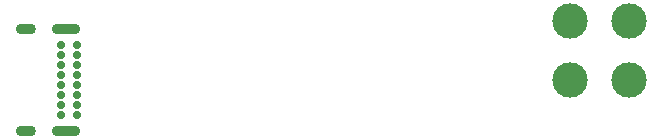
<source format=gbs>
G04 #@! TF.GenerationSoftware,KiCad,Pcbnew,6.0.6*
G04 #@! TF.CreationDate,2022-07-17T12:38:06-07:00*
G04 #@! TF.ProjectId,ultimate-uart-bridge,756c7469-6d61-4746-952d-756172742d62,rev?*
G04 #@! TF.SameCoordinates,Original*
G04 #@! TF.FileFunction,Soldermask,Bot*
G04 #@! TF.FilePolarity,Negative*
%FSLAX46Y46*%
G04 Gerber Fmt 4.6, Leading zero omitted, Abs format (unit mm)*
G04 Created by KiCad (PCBNEW 6.0.6) date 2022-07-17 12:38:06*
%MOMM*%
%LPD*%
G01*
G04 APERTURE LIST*
%ADD10C,3.000000*%
%ADD11C,0.700000*%
%ADD12O,2.400000X0.900000*%
%ADD13O,1.700000X0.900000*%
G04 APERTURE END LIST*
D10*
X147320000Y-81280000D03*
X152370000Y-81280000D03*
X152370000Y-76230000D03*
X147320000Y-76230000D03*
D11*
X105625000Y-78305000D03*
X105625000Y-79155000D03*
X105625000Y-80005000D03*
X105625000Y-80855000D03*
X105625000Y-81705000D03*
X105625000Y-82555000D03*
X105625000Y-83405000D03*
X105625000Y-84255000D03*
X104275000Y-84255000D03*
X104275000Y-83405000D03*
X104275000Y-82555000D03*
X104275000Y-81705000D03*
X104275000Y-80855000D03*
X104275000Y-80005000D03*
X104275000Y-79155000D03*
X104275000Y-78305000D03*
D12*
X104645000Y-85605000D03*
D13*
X101265000Y-76955000D03*
D12*
X104645000Y-76955000D03*
D13*
X101265000Y-85605000D03*
M02*

</source>
